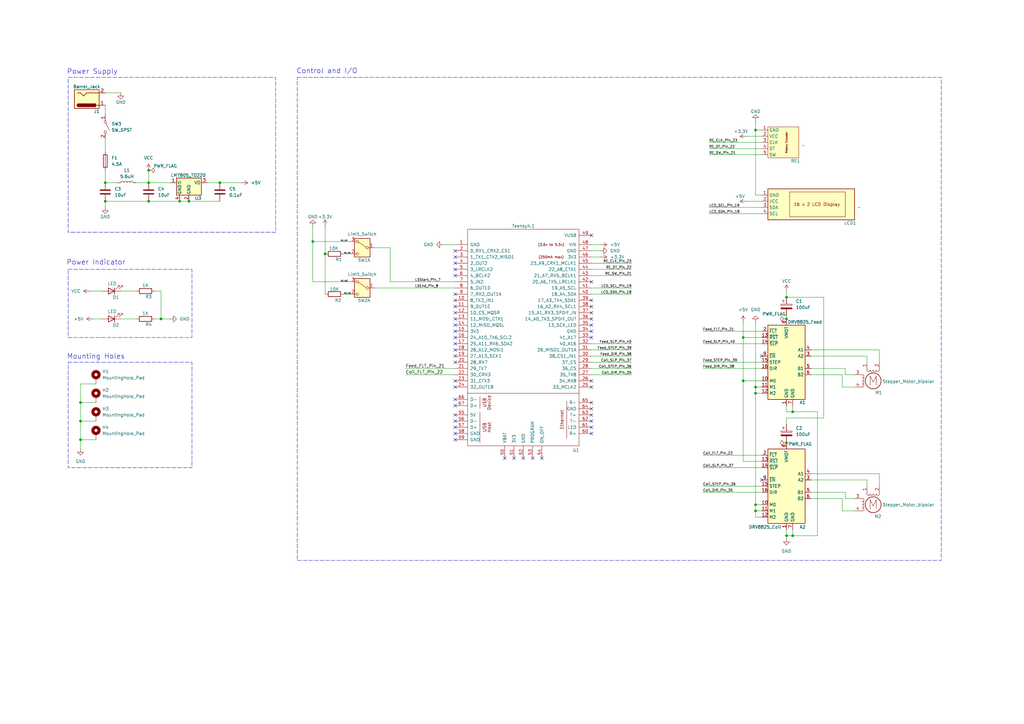
<source format=kicad_sch>
(kicad_sch (version 20250114) (generator "eeschema") (generator_version "9.0")
  (paper "A3")
  (title_block (title "Robocup Swinder") (date "2025-02-25") (rev "1") (company "Robojackets"))
  (lib_symbols
    (symbol "Connector:Barrel_Jack" (pin_names (offset 1.016))
      (property "Reference" "J" (at 0 5.334 0))
      (property "Value" "Barrel_Jack" (at 0 -5.08 0))
      (symbol "Barrel_Jack_0_1"
        (rectangle (start -5.08 3.81) (end 5.08 -3.81) (stroke (width 0.254)) (fill (type background)))
        (polyline (pts (xy -3.81 -2.54) (xy -2.54 -2.54) (xy -1.27 -1.27) (xy 0 -2.54) (xy 2.54 -2.54) (xy 5.08 -2.54)) (stroke (width 0.254)))
        (arc (start -3.302 1.905) (mid -3.9343 2.54) (end -3.302 3.175) (stroke (width 0.254)))
        (arc (start -3.302 1.905) (mid -3.9343 2.54) (end -3.302 3.175) (stroke (width 0.254)) (fill (type outline)))
        (rectangle (start 3.683 3.175) (end -3.302 1.905) (stroke (width 0.254)) (fill (type outline)))
        (polyline (pts (xy 5.08 2.54) (xy 3.81 2.54)) (stroke (width 0.254)))
      )
      (symbol "Barrel_Jack_1_1"
        (pin passive line (at 7.62 2.54 180) (length 2.54) (name "~") (number "1"))
        (pin passive line (at 7.62 -2.54 180) (length 2.54) (name "~") (number "2"))
      )
    )
    (symbol "Device:C" (pin_numbers (hide yes)) (pin_names (offset 0.254))
      (property "Reference" "C" (at 0.635 2.54 0))
      (property "Value" "C" (at 0.635 -2.54 0))
      (symbol "C_0_1"
        (polyline (pts (xy -2.032 0.762) (xy 2.032 0.762)) (stroke (width 0.508)))
        (polyline (pts (xy -2.032 -0.762) (xy 2.032 -0.762)) (stroke (width 0.508)))
      )
      (symbol "C_1_1"
        (pin passive line (at 0 3.81 270) (length 2.794) (name "~") (number "1"))
        (pin passive line (at 0 -3.81 90) (length 2.794) (name "~") (number "2"))
      )
    )
    (symbol "Device:C_Polarized" (pin_numbers (hide yes)) (pin_names (offset 0.254))
      (property "Reference" "C" (at 0.635 2.54 0))
      (property "Value" "C_Polarized" (at 0.635 -2.54 0))
      (symbol "C_Polarized_0_1"
        (rectangle (start -2.286 0.508) (end 2.286 1.016))
        (polyline (pts (xy -1.778 2.286) (xy -0.762 2.286)))
        (polyline (pts (xy -1.27 2.794) (xy -1.27 1.778)))
        (rectangle (start 2.286 -0.508) (end -2.286 -1.016) (fill (type outline)))
      )
      (symbol "C_Polarized_1_1"
        (pin passive line (at 0 3.81 270) (length 2.794) (name "~") (number "1"))
        (pin passive line (at 0 -3.81 90) (length 2.794) (name "~") (number "2"))
      )
    )
    (symbol "Device:Fuse" (pin_numbers (hide yes)) (pin_names (offset 0))
      (property "Reference" "F" (at 2.032 0 90))
      (property "Value" "Fuse" (at -1.905 0 90))
      (symbol "Fuse_0_1"
        (rectangle (start -0.762 -2.54) (end 0.762 2.54) (stroke (width 0.254)))
        (polyline (pts (xy 0 2.54) (xy 0 -2.54)))
      )
      (symbol "Fuse_1_1"
        (pin passive line (at 0 3.81 270) (length 1.27) (name "~") (number "1"))
        (pin passive line (at 0 -3.81 90) (length 1.27) (name "~") (number "2"))
      )
    )
    (symbol "Device:L" (pin_numbers (hide yes)) (pin_names (offset 1.016) (hide yes))
      (property "Reference" "L" (at -1.27 0 90))
      (property "Value" "L" (at 1.905 0 90))
      (symbol "L_0_1"
        (arc (start 0 2.54) (mid 0.6323 1.905) (end 0 1.27))
        (arc (start 0 1.27) (mid 0.6323 0.635) (end 0 0))
        (arc (start 0 0) (mid 0.6323 -0.635) (end 0 -1.27))
        (arc (start 0 -1.27) (mid 0.6323 -1.905) (end 0 -2.54))
      )
      (symbol "L_1_1"
        (pin passive line (at 0 3.81 270) (length 1.27) (name "1") (number "1"))
        (pin passive line (at 0 -3.81 90) (length 1.27) (name "2") (number "2"))
      )
    )
    (symbol "Device:LED" (pin_numbers (hide yes)) (pin_names (offset 1.016) (hide yes))
      (property "Reference" "D" (at 0 2.54 0))
      (property "Value" "LED" (at 0 -2.54 0))
      (symbol "LED_0_1"
        (polyline (pts (xy -3.048 -0.762) (xy -4.572 -2.286) (xy -3.81 -2.286) (xy -4.572 -2.286) (xy -4.572 -1.524)))
        (polyline (pts (xy -1.778 -0.762) (xy -3.302 -2.286) (xy -2.54 -2.286) (xy -3.302 -2.286) (xy -3.302 -1.524)))
        (polyline (pts (xy -1.27 0) (xy 1.27 0)))
        (polyline (pts (xy -1.27 -1.27) (xy -1.27 1.27)) (stroke (width 0.254)))
        (polyline (pts (xy 1.27 -1.27) (xy 1.27 1.27) (xy -1.27 0) (xy 1.27 -1.27)) (stroke (width 0.254)))
      )
      (symbol "LED_1_1"
        (pin passive line (at -3.81 0 0) (length 2.54) (name "K") (number "1"))
        (pin passive line (at 3.81 0 180) (length 2.54) (name "A") (number "2"))
      )
    )
    (symbol "Device:R" (pin_numbers (hide yes)) (pin_names (offset 0))
      (property "Reference" "R" (at 2.032 0 90))
      (property "Value" "R" (at 0 0 90))
      (symbol "R_0_1"
        (rectangle (start -1.016 -2.54) (end 1.016 2.54) (stroke (width 0.254)))
      )
      (symbol "R_1_1"
        (pin passive line (at 0 3.81 270) (length 1.27) (name "~") (number "1"))
        (pin passive line (at 0 -3.81 90) (length 1.27) (name "~") (number "2"))
      )
    )
    (symbol "Driver_Motor:Pololu_Breakout_DRV8825"
      (property "Reference" "A" (at -2.54 16.51 0))
      (property "Value" "Pololu_Breakout_DRV8825" (at -2.54 13.97 0))
      (symbol "Pololu_Breakout_DRV8825_0_1"
        (rectangle (start 7.62 -17.78) (end -7.62 12.7) (stroke (width 0.254)) (fill (type background)))
      )
      (symbol "Pololu_Breakout_DRV8825_1_1"
        (pin output line (at -10.16 10.16 0) (length 2.54) (name "~{FLT}") (number "2"))
        (pin input line (at -10.16 7.62 0) (length 2.54) (name "~{RST}") (number "13"))
        (pin input line (at -10.16 5.08 0) (length 2.54) (name "~{SLP}") (number "14"))
        (pin input line (at -10.16 0 0) (length 2.54) (name "~{EN}") (number "9"))
        (pin input line (at -10.16 -2.54 0) (length 2.54) (name "STEP") (number "15"))
        (pin input line (at -10.16 -5.08 0) (length 2.54) (name "DIR") (number "16"))
        (pin input line (at -10.16 -10.16 0) (length 2.54) (name "M0") (number "10"))
        (pin input line (at -10.16 -12.7 0) (length 2.54) (name "M1") (number "11"))
        (pin input line (at -10.16 -15.24 0) (length 2.54) (name "M2") (number "12"))
        (pin power_in line (at 0 15.24 270) (length 2.54) (name "VMOT") (number "8"))
        (pin power_in line (at 0 -20.32 90) (length 2.54) (name "GND") (number "1"))
        (pin power_in line (at 2.54 -20.32 90) (length 2.54) (name "GND") (number "7"))
        (pin output line (at 10.16 2.54 180) (length 2.54) (name "A1") (number "4"))
        (pin output line (at 10.16 0 180) (length 2.54) (name "A2") (number "3"))
        (pin output line (at 10.16 -5.08 180) (length 2.54) (name "B1") (number "5"))
        (pin output line (at 10.16 -7.62 180) (length 2.54) (name "B2") (number "6"))
      )
    )
    (symbol "Library:GND" (power) (pin_numbers (hide yes)) (pin_names (offset 0) (hide yes))
      (property "Value" "GND" (at 0 -3.81 0))
      (symbol "GND_0_1"
        (polyline (pts (xy 0 0) (xy 0 -1.27) (xy 1.27 -1.27) (xy 0 -2.54) (xy -1.27 -1.27) (xy 0 -1.27)))
      )
      (symbol "GND_1_1"
        (pin power_in line (at 0 0 270) (length 0) (name "~") (number "1"))
      )
    )
    (symbol "Library:Rotary_Encoder"
      (property "Reference" "RE" (at 0 0 0))
      (symbol "Rotary_Encoder_1_1"
        (rectangle (start -6.35 -1.27) (end 6.35 -13.97) (fill (type background)))
        (text "Rotary Encoder" (at 1.27 -7.62 900) (effects (font (size 0.762 0.762))))
        (pin power_in line (at -8.89 -2.54 0) (length 2.54) (name "GND") (number "1"))
        (pin power_in line (at -8.89 -5.08 0) (length 2.54) (name "VCC") (number "2"))
        (pin output line (at -8.89 -7.62 0) (length 2.54) (name "CLK") (number "3"))
        (pin output line (at -8.89 -10.16 0) (length 2.54) (name "DT") (number "4"))
        (pin output line (at -8.89 -12.7 0) (length 2.54) (name "SW") (number "5"))
      )
    )
    (symbol "Library:WC1602_Display_(4_Pins)"
      (property "Reference" "LCD1" (at 12.192 -8.89 0))
      (property "Value" "~" (at 17.78 -2.54 0))
      (symbol "WC1602_Display_(4_Pins)_0_1"
        (rectangle (start -10.16 3.81) (end 12.7 -6.35))
      )
      (symbol "WC1602_Display_(4_Pins)_1_1"
        (rectangle (start -19.05 5.08) (end 16.51 -7.62) (stroke (width 0.254)) (fill (type background)))
        (text "16 x 2 LCD Display" (at 1.016 -1.27 0) (effects (font (size 1.27 1.27))))
        (pin power_in line (at -21.59 2.54 0) (length 2.54) (name "GND") (number "1"))
        (pin power_in line (at -21.59 0 0) (length 2.54) (name "VCC") (number "2"))
        (pin bidirectional line (at -21.59 -2.54 0) (length 2.54) (name "SDA") (number "3"))
        (pin bidirectional line (at -21.59 -5.08 0) (length 2.54) (name "SCL") (number "4"))
      )
    )
    (symbol "Mechanical:MountingHole_Pad" (pin_numbers (hide yes)) (pin_names (offset 1.016) (hide yes)) (exclude_from_sim yes) (in_bom no)
      (property "Reference" "H" (at 0 6.35 0))
      (property "Value" "MountingHole_Pad" (at 0 4.445 0))
      (symbol "MountingHole_Pad_0_1"
        (circle (center 0 1.27) (radius 1.27) (stroke (width 1.27)))
      )
      (symbol "MountingHole_Pad_1_1"
        (pin input line (at 0 -2.54 90) (length 2.54) (name "1") (number "1"))
      )
    )
    (symbol "Motor:Stepper_Motor_bipolar" (pin_names (offset 0) (hide yes))
      (property "Reference" "M" (at 3.81 2.54 0))
      (property "Value" "Stepper_Motor_bipolar" (at 3.81 1.27 0))
      (symbol "Stepper_Motor_bipolar_0_0"
        (polyline (pts (xy -1.27 -1.778) (xy -1.27 2.032) (xy 0 -0.508) (xy 1.27 2.032) (xy 1.27 -1.778)))
      )
      (symbol "Stepper_Motor_bipolar_0_1"
        (polyline (pts (xy -5.08 2.54) (xy -4.445 2.54)))
        (polyline (pts (xy -5.08 -2.54) (xy -4.445 -2.54)))
        (arc (start -4.445 2.54) (mid -3.8127 1.905) (end -4.445 1.27))
        (arc (start -4.445 1.27) (mid -3.8127 0.635) (end -4.445 0))
        (arc (start -4.445 0) (mid -3.8127 -0.635) (end -4.445 -1.27))
        (arc (start -4.445 -1.27) (mid -3.8127 -1.905) (end -4.445 -2.54))
        (polyline (pts (xy -2.54 5.08) (xy -2.54 4.445)))
        (arc (start -1.27 4.445) (mid -1.905 3.8127) (end -2.54 4.445))
        (arc (start 0 4.445) (mid -0.635 3.8127) (end -1.27 4.445))
        (circle (center 0 0) (radius 3.2512) (stroke (width 0.254)))
        (arc (start 1.27 4.445) (mid 0.635 3.8127) (end 0 4.445))
        (arc (start 2.54 4.445) (mid 1.905 3.8127) (end 1.27 4.445))
        (polyline (pts (xy 2.54 5.08) (xy 2.54 4.445)))
      )
      (symbol "Stepper_Motor_bipolar_1_1"
        (pin passive line (at -7.62 2.54 0) (length 2.54) (name "~") (number "3"))
        (pin passive line (at -7.62 -2.54 0) (length 2.54) (name "~") (number "4"))
        (pin passive line (at -2.54 7.62 270) (length 2.54) (name "~") (number "1"))
        (pin passive line (at 2.54 7.62 270) (length 2.54) (name "-") (number "2"))
      )
    )
    (symbol "Regulator_Linear:LM7805_TO220" (pin_names (offset 0.254))
      (property "Reference" "U3" (at 3.81 -6.35 0))
      (property "Value" "LM7805_TO220" (at -0.254 3.048 0))
      (symbol "LM7805_TO220_0_1"
        (rectangle (start -5.08 1.905) (end 5.08 -5.08) (stroke (width 0.254)) (fill (type background)))
      )
      (symbol "LM7805_TO220_1_1"
        (pin power_in line (at -7.62 0 0) (length 2.54) (name "VI") (number "1"))
        (pin power_in line (at -3.81 -7.62 90) (length 2.54) (name "GND") (number "4"))
        (pin power_in line (at 0 -7.62 90) (length 2.54) (name "GND") (number "2"))
        (pin power_out line (at 7.62 0 180) (length 2.54) (name "VO") (number "3"))
      )
    )
    (symbol "SW_DPDT_x2_1" (pin_names (offset 0) (hide yes))
      (property "Reference" "SW1" (at -0.762 -5.08 0))
      (property "Value" "Limit_Switch" (at 0 5.588 0))
      (symbol "SW_DPDT_x2_1_0_0"
        (circle (center -2.032 0) (radius 0.508))
        (circle (center 2.032 -2.54) (radius 0.508))
      )
      (symbol "SW_DPDT_x2_1_0_1"
        (rectangle (start -3.175 3.81) (end 3.175 -3.81) (stroke (width 0.254)) (fill (type background)))
        (polyline (pts (xy -1.524 0.254) (xy 1.5748 2.286)))
        (circle (center 2.032 2.54) (radius 0.508))
      )
      (symbol "SW_DPDT_x2_1_1_1"
        (pin passive line (at -5.08 0 0) (length 2.54) (name "C") (number "1"))
        (pin passive line (at 5.08 2.54 180) (length 2.54) (name "NC") (number "3"))
        (pin passive line (at 5.08 -2.54 180) (length 2.54) (name "NO") (number "2"))
      )
      (symbol "SW_DPDT_x2_1_2_1"
        (pin passive line (at -5.08 0 0) (length 2.54) (name "B") (number "5"))
        (pin passive line (at 5.08 2.54 180) (length 2.54) (name "A") (number "4"))
        (pin passive line (at 5.08 -2.54 180) (length 2.54) (name "C") (number "6"))
      )
    )
    (symbol "Switch:SW_SPST" (pin_names (offset 0) (hide yes))
      (property "Reference" "SW" (at 0 3.175 0))
      (property "Value" "SW_SPST" (at 0 -2.54 0))
      (symbol "SW_SPST_0_0"
        (circle (center -2.032 0) (radius 0.508))
        (polyline (pts (xy -1.524 0.254) (xy 1.524 1.778)))
        (circle (center 2.032 0) (radius 0.508))
      )
      (symbol "SW_SPST_1_1"
        (pin passive line (at -5.08 0 0) (length 2.54) (name "A") (number "1"))
        (pin passive line (at 5.08 0 180) (length 2.54) (name "B") (number "2"))
      )
    )
    (symbol "power:+3.3V" (power) (pin_numbers (hide yes)) (pin_names (offset 0) (hide yes))
      (property "Value" "+3.3V" (at 0 3.556 0))
      (symbol "+3.3V_0_1"
        (polyline (pts (xy -0.762 1.27) (xy 0 2.54)))
        (polyline (pts (xy 0 2.54) (xy 0.762 1.27)))
        (polyline (pts (xy 0 0) (xy 0 2.54)))
      )
      (symbol "+3.3V_1_1"
        (pin power_in line (at 0 0 90) (length 0) (name "~") (number "1"))
      )
    )
    (symbol "power:+5V" (power) (pin_numbers (hide yes)) (pin_names (offset 0) (hide yes))
      (property "Value" "+5V" (at 0 3.556 0))
      (symbol "+5V_0_1"
        (polyline (pts (xy -0.762 1.27) (xy 0 2.54)))
        (polyline (pts (xy 0 2.54) (xy 0.762 1.27)))
        (polyline (pts (xy 0 0) (xy 0 2.54)))
      )
      (symbol "+5V_1_1"
        (pin power_in line (at 0 0 90) (length 0) (name "~") (number "1"))
      )
    )
    (symbol "power:GND" (power) (pin_numbers (hide yes)) (pin_names (offset 0) (hide yes))
      (property "Value" "GND" (at 0 -3.81 0))
      (symbol "GND_0_1"
        (polyline (pts (xy 0 0) (xy 0 -1.27) (xy 1.27 -1.27) (xy 0 -2.54) (xy -1.27 -1.27) (xy 0 -1.27)))
      )
      (symbol "GND_1_1"
        (pin power_in line (at 0 0 270) (length 0) (name "~") (number "1"))
      )
    )
    (symbol "power:PWR_FLAG" (power) (pin_numbers (hide yes)) (pin_names (offset 0) (hide yes))
      (property "Value" "PWR_FLAG" (at 0 3.81 0))
      (symbol "PWR_FLAG_0_0"
        (pin power_out line (at 0 0 90) (length 0) (name "~") (number "1"))
      )
      (symbol "PWR_FLAG_0_1"
        (polyline (pts (xy 0 0) (xy 0 1.27) (xy -1.016 1.905) (xy 0 2.54) (xy 1.016 1.905) (xy 0 1.27)))
      )
    )
    (symbol "power:VCC" (power) (pin_numbers (hide yes)) (pin_names (offset 0) (hide yes))
      (property "Value" "VCC" (at 0 3.556 0))
      (symbol "VCC_0_1"
        (polyline (pts (xy -0.762 1.27) (xy 0 2.54)))
        (polyline (pts (xy 0 2.54) (xy 0.762 1.27)))
        (polyline (pts (xy 0 0) (xy 0 2.54)))
      )
      (symbol "VCC_1_1"
        (pin power_in line (at 0 0 90) (length 0) (name "~") (number "1"))
      )
    )
    (symbol "teensy:Teensy4.1" (pin_names (offset 1.016))
      (property "Reference" "U" (at 0 64.77 0))
      (property "Value" "Teensy4.1" (at 0 62.23 0))
      (symbol "Teensy4.1_0_0"
        (polyline (pts (xy -22.86 -6.35) (xy 22.86 -6.35)))
        (polyline (pts (xy -17.78 -7.62) (xy -17.78 -12.7)))
        (polyline (pts (xy -17.78 -26.67) (xy -17.78 -13.97)))
        (polyline (pts (xy 17.78 -9.525) (xy 17.78 -24.765)))
        (text "USB" (at -15.875 -10.16 900) (effects (font (size 1.27 1.27))))
        (text "USB" (at -15.875 -20.32 900) (effects (font (size 1.27 1.27))))
        (text "Device" (at -13.97 -10.16 900) (effects (font (size 1.27 1.27))))
        (text "Host" (at -13.97 -20.32 900) (effects (font (size 1.27 1.27))))
        (text "(3.6v to 5.5v)" (at 11.43 54.61 0) (effects (font (size 1.016 1.016))))
        (text "(250mA max)" (at 11.43 49.53 0) (effects (font (size 1.016 1.016))))
        (text "Ethernet" (at 15.875 -17.145 900) (effects (font (size 1.27 1.27))))
        (pin bidirectional line (at -27.94 44.45 0) (length 5.08) (name "3_LRCLK2") (number "5"))
        (pin bidirectional line (at -27.94 41.91 0) (length 5.08) (name "4_BCLK2") (number "6"))
        (pin bidirectional line (at -27.94 39.37 0) (length 5.08) (name "5_IN2") (number "7"))
        (pin bidirectional line (at -27.94 36.83 0) (length 5.08) (name "6_OUT1D") (number "8"))
        (pin bidirectional line (at -27.94 34.29 0) (length 5.08) (name "7_RX2_OUT1A") (number "9"))
        (pin bidirectional line (at -27.94 31.75 0) (length 5.08) (name "8_TX2_IN1") (number "10"))
        (pin bidirectional line (at -27.94 29.21 0) (length 5.08) (name "9_OUT1C") (number "11"))
        (pin bidirectional line (at -27.94 26.67 0) (length 5.08) (name "10_CS_MQSR") (number "12"))
        (pin bidirectional line (at -27.94 24.13 0) (length 5.08) (name "11_MOSI_CTX1") (number "13"))
        (pin bidirectional line (at -27.94 21.59 0) (length 5.08) (name "12_MISO_MQSL") (number "14"))
        (pin power_in line (at -27.94 19.05 0) (length 5.08) (name "3V3") (number "15"))
        (pin bidirectional line (at -27.94 16.51 0) (length 5.08) (name "24_A10_TX6_SCL2") (number "16"))
        (pin bidirectional line (at -27.94 13.97 0) (length 5.08) (name "25_A11_RX6_SDA2") (number "17"))
        (pin bidirectional line (at -27.94 11.43 0) (length 5.08) (name "26_A12_MOSI1") (number "18"))
        (pin bidirectional line (at -27.94 8.89 0) (length 5.08) (name "27_A13_SCK1") (number "19"))
        (pin bidirectional line (at -27.94 6.35 0) (length 5.08) (name "28_RX7") (number "20"))
        (pin bidirectional line (at -27.94 3.81 0) (length 5.08) (name "29_TX7") (number "21"))
        (pin bidirectional line (at -27.94 1.27 0) (length 5.08) (name "30_CRX3") (number "22"))
        (pin bidirectional line (at -27.94 -1.27 0) (length 5.08) (name "31_CTX3") (number "23"))
        (pin bidirectional line (at -27.94 -3.81 0) (length 5.08) (name "32_OUT1B") (number "24"))
        (pin bidirectional line (at -27.94 -8.89 0) (length 5.08) (name "D-") (number "66"))
        (pin bidirectional line (at -27.94 -11.43 0) (length 5.08) (name "D+") (number "67"))
        (pin power_out line (at -27.94 -15.24 0) (length 5.08) (name "5V") (number "55"))
        (pin bidirectional line (at -27.94 -17.78 0) (length 5.08) (name "D-") (number "56"))
        (pin bidirectional line (at -27.94 -20.32 0) (length 5.08) (name "D+") (number "57"))
        (pin power_in line (at -27.94 -22.86 0) (length 5.08) (name "GND") (number "58"))
        (pin power_in line (at -27.94 -25.4 0) (length 5.08) (name "GND") (number "59"))
        (pin power_in line (at -7.62 -33.02 90) (length 5.08) (name "VBAT") (number "50"))
        (pin power_in line (at -3.81 -33.02 90) (length 5.08) (name "3V3") (number "51"))
        (pin input line (at 0 -33.02 90) (length 5.08) (name "GND") (number "52"))
        (pin input line (at 3.81 -33.02 90) (length 5.08) (name "PROGRAM") (number "53"))
        (pin input line (at 7.62 -33.02 90) (length 5.08) (name "ON_OFF") (number "54"))
        (pin power_out line (at 27.94 58.42 180) (length 5.08) (name "VUSB") (number "49"))
        (pin power_in line (at 27.94 54.61 180) (length 5.08) (name "VIN") (number "48"))
        (pin output line (at 27.94 52.07 180) (length 5.08) (name "GND") (number "47"))
        (pin output line (at 27.94 49.53 180) (length 5.08) (name "3V3") (number "46"))
        (pin bidirectional line (at 27.94 46.99 180) (length 5.08) (name "23_A9_CRX1_MCLK1") (number "45"))
        (pin bidirectional line (at 27.94 44.45 180) (length 5.08) (name "22_A8_CTX1") (number "44"))
        (pin bidirectional line (at 27.94 41.91 180) (length 5.08) (name "21_A7_RX5_BCLK1") (number "43"))
        (pin bidirectional line (at 27.94 39.37 180) (length 5.08) (name "20_A6_TX5_LRCLK1") (number "42"))
        (pin bidirectional line (at 27.94 36.83 180) (length 5.08) (name "19_A5_SCL") (number "41"))
        (pin bidirectional line (at 27.94 34.29 180) (length 5.08) (name "18_A4_SDA") (number "40"))
        (pin bidirectional line (at 27.94 31.75 180) (length 5.08) (name "17_A3_TX4_SDA1") (number "39"))
        (pin bidirectional line (at 27.94 29.21 180) (length 5.08) (name "16_A2_RX4_SCL1") (number "38"))
        (pin bidirectional line (at 27.94 26.67 180) (length 5.08) (name "15_A1_RX3_SPDIF_IN") (number "37"))
        (pin bidirectional line (at 27.94 24.13 180) (length 5.08) (name "14_A0_TX3_SPDIF_OUT") (number "36"))
        (pin bidirectional line (at 27.94 21.59 180) (length 5.08) (name "13_SCK_LED") (number "35"))
        (pin bidirectional line (at 27.94 16.51 180) (length 5.08) (name "41_A17") (number "33"))
        (pin bidirectional line (at 27.94 13.97 180) (length 5.08) (name "40_A16") (number "32"))
        (pin bidirectional line (at 27.94 11.43 180) (length 5.08) (name "39_MISO1_OUT1A") (number "31"))
        (pin bidirectional line (at 27.94 8.89 180) (length 5.08) (name "38_CS1_IN1") (number "30"))
        (pin bidirectional line (at 27.94 6.35 180) (length 5.08) (name "37_CS") (number "29"))
        (pin bidirectional line (at 27.94 3.81 180) (length 5.08) (name "36_CS") (number "28"))
        (pin bidirectional line (at 27.94 1.27 180) (length 5.08) (name "35_TX8") (number "27"))
        (pin bidirectional line (at 27.94 -1.27 180) (length 5.08) (name "34_RX8") (number "26"))
        (pin bidirectional line (at 27.94 -3.81 180) (length 5.08) (name "33_MCLK2") (number "25"))
        (pin bidirectional line (at 27.94 -10.16 180) (length 5.08) (name "R-") (number "65"))
        (pin power_in line (at 27.94 -12.7 180) (length 5.08) (name "GND") (number "64"))
        (pin bidirectional line (at 27.94 -15.24 180) (length 5.08) (name "T+") (number "63"))
        (pin bidirectional line (at 27.94 -17.78 180) (length 5.08) (name "T-") (number "62"))
        (pin bidirectional line (at 27.94 -20.32 180) (length 5.08) (name "LED") (number "61"))
        (pin bidirectional line (at 27.94 -22.86 180) (length 5.08) (name "R+") (number "60"))
      )
      (symbol "Teensy4.1_0_1"
        (rectangle (start -22.86 60.96) (end 22.86 -27.94))
        (rectangle (start -20.32 -1.27) (end -20.32 -1.27))
      )
      (symbol "Teensy4.1_1_1"
        (pin power_in line (at -27.94 54.61 0) (length 5.08) (name "GND") (number "1"))
        (pin bidirectional line (at -27.94 52.07 0) (length 5.08) (name "0_RX1_CRX2_CS1") (number "2"))
        (pin bidirectional line (at -27.94 49.53 0) (length 5.08) (name "1_TX1_CTX2_MISO1") (number "3"))
        (pin bidirectional line (at -27.94 46.99 0) (length 5.08) (name "2_OUT2") (number "4"))
        (pin power_in line (at 27.94 19.05 180) (length 5.08) (name "GND") (number "34"))
      )
    )
  )
  (rectangle (start 27.94 148.59) (end 78.74 191.77) (stroke (width 0) (type dash)))
  (rectangle (start 121.92 31.75) (end 386.08 229.87) (stroke (width 0) (type dash)))
  (rectangle (start 27.94 110.49) (end 78.74 138.43) (stroke (width 0) (type dash)))
  (rectangle (start 27.94 31.75) (end 113.03 95.25) (stroke (width 0) (type dash)))
  (text "Power Supply" (at 37.846 29.464 0) (effects (font (size 2.032 2.032))))
  (text "Mounting Holes" (at 39.37 146.304 0) (effects (font (size 2.032 2.032))))
  (text "Power Indicator" (at 39.37 107.696 0) (effects (font (size 2.032 2.032))))
  (text "Control and I/O" (at 134.112 29.21 0) (effects (font (size 2.032 2.032))))
  (junction (at 309.88 53.34))
  (junction (at 60.96 82.55))
  (junction (at 60.96 74.93))
  (junction (at 322.58 181.61))
  (junction (at 33.02 180.34))
  (junction (at 309.88 158.75))
  (junction (at 322.58 130.81))
  (junction (at 33.02 165.1))
  (junction (at 322.58 121.92))
  (junction (at 325.12 168.91))
  (junction (at 309.88 161.29))
  (junction (at 133.35 104.14))
  (junction (at 77.47 82.55))
  (junction (at 33.02 172.72))
  (junction (at 304.8 138.43))
  (junction (at 66.04 130.81))
  (junction (at 322.58 219.71))
  (junction (at 325.12 219.71))
  (junction (at 309.88 209.55))
  (junction (at 304.8 156.21))
  (junction (at 43.18 74.93))
  (junction (at 90.17 74.93))
  (junction (at 43.18 82.55))
  (junction (at 73.66 82.55))
  (junction (at 60.96 69.85))
  (junction (at 309.88 207.01))
  (junction (at 128.27 99.06))
  (no_connect (at 242.57 133.35))
  (no_connect (at 242.57 170.18))
  (no_connect (at 242.57 158.75))
  (no_connect (at 242.57 123.19))
  (no_connect (at 186.69 133.35))
  (no_connect (at 186.69 110.49))
  (no_connect (at 186.69 166.37))
  (no_connect (at 242.57 138.43))
  (no_connect (at 242.57 135.89))
  (no_connect (at 186.69 158.75))
  (no_connect (at 186.69 146.05))
  (no_connect (at 222.25 187.96))
  (no_connect (at 242.57 175.26))
  (no_connect (at 312.42 146.05))
  (no_connect (at 186.69 123.19))
  (no_connect (at 186.69 107.95))
  (no_connect (at 186.69 163.83))
  (no_connect (at 242.57 128.27))
  (no_connect (at 186.69 102.87))
  (no_connect (at 186.69 148.59))
  (no_connect (at 242.57 167.64))
  (no_connect (at 186.69 125.73))
  (no_connect (at 210.82 187.96))
  (no_connect (at 242.57 96.52))
  (no_connect (at 207.01 187.96))
  (no_connect (at 312.42 196.85))
  (no_connect (at 186.69 113.03))
  (no_connect (at 186.69 130.81))
  (no_connect (at 186.69 180.34))
  (no_connect (at 214.63 187.96))
  (no_connect (at 242.57 172.72))
  (no_connect (at 242.57 177.8))
  (no_connect (at 186.69 156.21))
  (no_connect (at 186.69 172.72))
  (no_connect (at 242.57 115.57))
  (no_connect (at 218.44 187.96))
  (no_connect (at 186.69 170.18))
  (no_connect (at 186.69 105.41))
  (no_connect (at 186.69 140.97))
  (no_connect (at 186.69 128.27))
  (no_connect (at 242.57 125.73))
  (no_connect (at 186.69 135.89))
  (no_connect (at 242.57 165.1))
  (no_connect (at 186.69 138.43))
  (no_connect (at 186.69 175.26))
  (no_connect (at 186.69 143.51))
  (no_connect (at 186.69 177.8))
  (no_connect (at 186.69 120.65))
  (no_connect (at 242.57 156.21))
  (no_connect (at 242.57 130.81))
  (wire (pts (xy 312.42 189.23) (xy 304.8 189.23)))
  (wire (pts (xy 304.8 189.23) (xy 304.8 156.21)))
  (wire (pts (xy 322.58 121.92) (xy 337.82 121.92)))
  (wire (pts (xy 33.02 172.72) (xy 33.02 180.34)))
  (wire (pts (xy 309.88 207.01) (xy 309.88 161.29)))
  (wire (pts (xy 166.37 151.13) (xy 186.69 151.13)))
  (wire (pts (xy 346.71 201.93) (xy 346.71 204.47)))
  (wire (pts (xy 345.44 158.75) (xy 350.52 158.75)))
  (wire (pts (xy 49.53 119.38) (xy 55.88 119.38)))
  (wire (pts (xy 332.74 201.93) (xy 346.71 201.93)))
  (wire (pts (xy 322.58 119.38) (xy 322.58 121.92)))
  (wire (pts (xy 49.53 130.81) (xy 55.88 130.81)))
  (wire (pts (xy 77.47 82.55) (xy 90.17 82.55)))
  (wire (pts (xy 166.37 153.67) (xy 186.69 153.67)))
  (wire (pts (xy 325.12 166.37) (xy 325.12 168.91)))
  (wire (pts (xy 332.74 151.13) (xy 346.71 151.13)))
  (wire (pts (xy 290.83 85.09) (xy 312.42 85.09)))
  (wire (pts (xy 33.02 180.34) (xy 33.02 184.15)))
  (wire (pts (xy 66.04 130.81) (xy 69.85 130.81)))
  (wire (pts (xy 312.42 212.09) (xy 309.88 212.09)))
  (wire (pts (xy 66.04 119.38) (xy 66.04 130.81)))
  (wire (pts (xy 160.02 101.6) (xy 160.02 115.57)))
  (wire (pts (xy 43.18 82.55) (xy 60.96 82.55)))
  (wire (pts (xy 309.88 209.55) (xy 309.88 207.01)))
  (wire (pts (xy 346.71 153.67) (xy 350.52 153.67)))
  (wire (pts (xy 322.58 219.71) (xy 322.58 220.98)))
  (wire (pts (xy 312.42 209.55) (xy 309.88 209.55)))
  (wire (pts (xy 43.18 43.18) (xy 43.18 46.99)))
  (wire (pts (xy 43.18 57.15) (xy 43.18 62.23)))
  (wire (pts (xy 288.29 186.69) (xy 312.42 186.69)))
  (wire (pts (xy 242.57 153.67) (xy 259.08 153.67)))
  (wire (pts (xy 290.83 60.96) (xy 312.42 60.96)))
  (wire (pts (xy 312.42 158.75) (xy 309.88 158.75)))
  (wire (pts (xy 355.6 196.85) (xy 355.6 199.39)))
  (wire (pts (xy 360.68 143.51) (xy 360.68 148.59)))
  (wire (pts (xy 288.29 148.59) (xy 312.42 148.59)))
  (wire (pts (xy 309.88 53.34) (xy 312.42 53.34)))
  (wire (pts (xy 345.44 209.55) (xy 350.52 209.55)))
  (wire (pts (xy 345.44 204.47) (xy 345.44 209.55)))
  (wire (pts (xy 332.74 204.47) (xy 345.44 204.47)))
  (wire (pts (xy 304.8 138.43) (xy 304.8 132.08)))
  (wire (pts (xy 288.29 191.77) (xy 312.42 191.77)))
  (wire (pts (xy 242.57 100.33) (xy 246.38 100.33)))
  (wire (pts (xy 322.58 171.45) (xy 322.58 173.99)))
  (wire (pts (xy 309.88 132.08) (xy 309.88 158.75)))
  (wire (pts (xy 288.29 135.89) (xy 312.42 135.89)))
  (wire (pts (xy 288.29 201.93) (xy 312.42 201.93)))
  (wire (pts (xy 242.57 107.95) (xy 259.08 107.95)))
  (wire (pts (xy 43.18 38.1) (xy 49.53 38.1)))
  (wire (pts (xy 325.12 217.17) (xy 325.12 219.71)))
  (wire (pts (xy 90.17 74.93) (xy 99.06 74.93)))
  (wire (pts (xy 140.97 120.65) (xy 143.51 120.65)))
  (wire (pts (xy 325.12 219.71) (xy 322.58 219.71)))
  (wire (pts (xy 242.57 120.65) (xy 259.08 120.65)))
  (wire (pts (xy 335.28 219.71) (xy 335.28 168.91)))
  (wire (pts (xy 309.88 212.09) (xy 309.88 209.55)))
  (wire (pts (xy 306.07 82.55) (xy 312.42 82.55)))
  (wire (pts (xy 33.02 180.34) (xy 39.37 180.34)))
  (wire (pts (xy 337.82 171.45) (xy 322.58 171.45)))
  (wire (pts (xy 322.58 129.54) (xy 322.58 130.81)))
  (wire (pts (xy 63.5 130.81) (xy 66.04 130.81)))
  (wire (pts (xy 325.12 168.91) (xy 322.58 168.91)))
  (wire (pts (xy 128.27 99.06) (xy 143.51 99.06)))
  (wire (pts (xy 309.88 49.53) (xy 309.88 53.34)))
  (wire (pts (xy 38.1 130.81) (xy 41.91 130.81)))
  (wire (pts (xy 85.09 74.93) (xy 90.17 74.93)))
  (wire (pts (xy 153.67 101.6) (xy 160.02 101.6)))
  (wire (pts (xy 304.8 156.21) (xy 312.42 156.21)))
  (wire (pts (xy 288.29 140.97) (xy 312.42 140.97)))
  (wire (pts (xy 133.35 104.14) (xy 133.35 120.65)))
  (wire (pts (xy 345.44 153.67) (xy 345.44 158.75)))
  (wire (pts (xy 60.96 82.55) (xy 73.66 82.55)))
  (wire (pts (xy 140.97 104.14) (xy 143.51 104.14)))
  (wire (pts (xy 242.57 143.51) (xy 259.08 143.51)))
  (wire (pts (xy 312.42 138.43) (xy 304.8 138.43)))
  (wire (pts (xy 337.82 121.92) (xy 337.82 171.45)))
  (wire (pts (xy 346.71 204.47) (xy 350.52 204.47)))
  (wire (pts (xy 39.37 157.48) (xy 33.02 157.48)))
  (wire (pts (xy 288.29 199.39) (xy 312.42 199.39)))
  (wire (pts (xy 242.57 151.13) (xy 259.08 151.13)))
  (wire (pts (xy 128.27 115.57) (xy 128.27 99.06)))
  (wire (pts (xy 322.58 217.17) (xy 322.58 219.71)))
  (wire (pts (xy 33.02 165.1) (xy 33.02 172.72)))
  (wire (pts (xy 332.74 153.67) (xy 345.44 153.67)))
  (wire (pts (xy 143.51 115.57) (xy 128.27 115.57)))
  (wire (pts (xy 43.18 82.55) (xy 43.18 85.09)))
  (wire (pts (xy 312.42 161.29) (xy 309.88 161.29)))
  (wire (pts (xy 242.57 146.05) (xy 259.08 146.05)))
  (wire (pts (xy 309.88 80.01) (xy 312.42 80.01)))
  (wire (pts (xy 33.02 172.72) (xy 39.37 172.72)))
  (wire (pts (xy 322.58 168.91) (xy 322.58 166.37)))
  (wire (pts (xy 309.88 158.75) (xy 309.88 161.29)))
  (wire (pts (xy 355.6 146.05) (xy 355.6 148.59)))
  (wire (pts (xy 242.57 140.97) (xy 259.08 140.97)))
  (wire (pts (xy 36.83 119.38) (xy 41.91 119.38)))
  (wire (pts (xy 160.02 115.57) (xy 186.69 115.57)))
  (wire (pts (xy 242.57 105.41) (xy 246.38 105.41)))
  (wire (pts (xy 242.57 102.87) (xy 246.38 102.87)))
  (wire (pts (xy 306.07 55.88) (xy 312.42 55.88)))
  (wire (pts (xy 360.68 194.31) (xy 360.68 199.39)))
  (wire (pts (xy 288.29 151.13) (xy 312.42 151.13)))
  (wire (pts (xy 304.8 156.21) (xy 304.8 138.43)))
  (wire (pts (xy 325.12 219.71) (xy 335.28 219.71)))
  (wire (pts (xy 60.96 69.85) (xy 60.96 74.93)))
  (wire (pts (xy 128.27 99.06) (xy 128.27 92.71)))
  (wire (pts (xy 43.18 74.93) (xy 48.26 74.93)))
  (wire (pts (xy 312.42 207.01) (xy 309.88 207.01)))
  (wire (pts (xy 290.83 87.63) (xy 312.42 87.63)))
  (wire (pts (xy 309.88 53.34) (xy 309.88 80.01)))
  (wire (pts (xy 242.57 110.49) (xy 259.08 110.49)))
  (wire (pts (xy 312.42 63.5) (xy 290.83 63.5)))
  (wire (pts (xy 43.18 69.85) (xy 43.18 74.93)))
  (wire (pts (xy 55.88 74.93) (xy 60.96 74.93)))
  (wire (pts (xy 181.61 100.33) (xy 186.69 100.33)))
  (wire (pts (xy 242.57 148.59) (xy 259.08 148.59)))
  (wire (pts (xy 60.96 74.93) (xy 69.85 74.93)))
  (wire (pts (xy 63.5 119.38) (xy 66.04 119.38)))
  (wire (pts (xy 332.74 196.85) (xy 355.6 196.85)))
  (wire (pts (xy 33.02 165.1) (xy 39.37 165.1)))
  (wire (pts (xy 33.02 157.48) (xy 33.02 165.1)))
  (wire (pts (xy 242.57 118.11) (xy 259.08 118.11)))
  (wire (pts (xy 242.57 113.03) (xy 259.08 113.03)))
  (wire (pts (xy 335.28 168.91) (xy 325.12 168.91)))
  (wire (pts (xy 332.74 143.51) (xy 360.68 143.51)))
  (wire (pts (xy 346.71 151.13) (xy 346.71 153.67)))
  (wire (pts (xy 332.74 146.05) (xy 355.6 146.05)))
  (wire (pts (xy 133.35 92.71) (xy 133.35 104.14)))
  (wire (pts (xy 153.67 118.11) (xy 186.69 118.11)))
  (wire (pts (xy 73.66 82.55) (xy 77.47 82.55)))
  (wire (pts (xy 332.74 194.31) (xy 360.68 194.31)))
  (wire (pts (xy 290.83 58.42) (xy 312.42 58.42)))
  (label "Coil_SLP_Pin_37" (at 259.08 148.59 180) (effects (font (size 1.016 1.016))))
  (label "NC_LS2" (at 139.7 115.57 0) (effects (font (size 0.508 0.508))))
  (label "RE_DT_Pin_22" (at 290.83 60.96 0) (effects (font (size 1.016 1.016))))
  (label "NC_LS1" (at 139.7 99.06 0) (effects (font (size 0.508 0.508))))
  (label "LCD_SDA_Pin_18" (at 259.08 120.65 180) (effects (font (size 1.016 1.016))))
  (label "Feed_DIR_Pin_38" (at 288.29 151.13 0) (effects (font (size 1.016 1.016))))
  (label "LSStart_Pin_7" (at 170.18 115.57 0) (effects (font (size 1.016 1.016))))
  (label "Coil_STEP_Pin_36" (at 288.29 199.39 0) (effects (font (size 1.016 1.016))))
  (label "Feed_FLT_Pin_21" (at 288.29 135.89 0) (effects (font (size 1.016 1.016))))
  (label "Feed_SLP_Pin_40" (at 288.29 140.97 0) (effects (font (size 1.016 1.016))))
  (label "Feed_STEP_Pin_39" (at 259.08 143.51 180) (effects (font (size 1.016 1.016))))
  (label "Coil_DIR_Pin_35" (at 259.08 153.67 180) (effects (font (size 1.016 1.016))))
  (label "LCD_SCL_Pin_19" (at 290.83 85.09 0) (effects (font (size 1.016 1.016))))
  (label "Feed_STEP_Pin_39" (at 288.29 148.59 0) (effects (font (size 1.016 1.016))))
  (label "Coil_SLP_Pin_37" (at 288.29 191.77 0) (effects (font (size 1.016 1.016))))
  (label "Coil_FLT_Pin_22" (at 288.29 186.69 0) (effects (font (size 1.016 1.016))))
  (label "LSEnd_Pin_8" (at 170.18 118.11 0) (effects (font (size 1.016 1.016))))
  (label "LCD_SDA_Pin_18" (at 290.83 87.63 0) (effects (font (size 1.016 1.016))))
  (label "RE_CLK_Pin_23" (at 259.08 107.95 180) (effects (font (size 1.016 1.016))))
  (label "RE_SW_Pin_21" (at 259.08 113.03 180) (effects (font (size 1.016 1.016))))
  (label "NO_LS1" (at 140.97 104.14 0) (effects (font (size 0.508 0.508))))
  (label "Feed_DIR_Pin_38" (at 259.08 146.05 180) (effects (font (size 1.016 1.016))))
  (label "Coil_DIR_Pin_35" (at 288.29 201.93 0) (effects (font (size 1.016 1.016))))
  (label "Coil_STEP_Pin_36" (at 259.08 151.13 180) (effects (font (size 1.016 1.016))))
  (label "RE_SW_Pin_21" (at 290.83 63.5 0) (effects (font (size 1.016 1.016))))
  (label "NO_LS2" (at 140.97 120.65 0) (effects (font (size 0.508 0.508))))
  (label "Feed_FLT_Pin_21" (at 166.37 151.13 0))
  (label "RE_DT_Pin_22" (at 259.08 110.49 180) (effects (font (size 1.016 1.016))))
  (label "RE_CLK_Pin_23" (at 290.83 58.42 0) (effects (font (size 1.016 1.016))))
  (label "Feed_SLP_Pin_40" (at 259.08 140.97 180) (effects (font (size 1.016 1.016))))
  (label "Coil_FLT_Pin_22" (at 166.37 153.67 0))
  (label "LCD_SCL_Pin_19" (at 259.08 118.11 180) (effects (font (size 1.016 1.016))))
  (symbol (lib_id "power:GND") (at 49.53 38.1 0) (unit 1)
    (property "Reference" "#PWR022" (effects (hide yes)))
    (property "Value" "GND" (at 49.53 41.91 0))
    (property "Description" "Power symbol creates a global label with name \"GND\" , ground" (effects (hide yes)))
  )
  (symbol (lib_id "Library:GND") (at 69.85 130.81 90) (unit 1)
    (property "Reference" "#PWR018" (effects (hide yes)))
    (property "Value" "GND" (at 73.66 130.8099 90) (effects (justify right)))
    (property "Description" "Power symbol creates a global label with name \"GND\" , ground" (effects (hide yes)))
  )
  (symbol (lib_id "Library:GND") (at 181.61 100.33 270) (unit 1)
    (property "Reference" "#PWR08" (effects (hide yes)))
    (property "Value" "GND" (at 177.8 100.3299 90) (effects (justify right)))
    (property "Description" "Power symbol creates a global label with name \"GND\" , ground" (effects (hide yes)))
  )
  (symbol (lib_id "power:VCC") (at 60.96 69.85 0) (unit 1)
    (property "Reference" "#PWR04" (effects (hide yes)))
    (property "Value" "VCC" (at 60.96 64.77 0))
    (property "Description" "Power symbol creates a global label with name \"VCC\"" (effects (hide yes)))
  )
  (symbol (lib_id "Device:R") (at 59.69 119.38 90) (unit 1)
    (property "Reference" "R3" (at 60.96 121.666 90))
    (property "Value" "1K" (at 59.69 117.094 90))
    (property "Footprint" "Resistor_SMD:R_0603_1608Metric_Pad0.98x0.95mm_HandSolder" (effects (hide yes)))
    (property "Description" "Resistor" (effects (hide yes)))
  )
  (symbol (lib_id "Library:GND") (at 33.02 184.15 0) (unit 1)
    (property "Reference" "#PWR021" (effects (hide yes)))
    (property "Value" "GND" (at 33.02 189.23 0))
    (property "Description" "Power symbol creates a global label with name \"GND\" , ground" (effects (hide yes)))
  )
  (symbol (lib_id "Library:GND") (at 246.38 102.87 90) (unit 1)
    (property "Reference" "#PWR06" (effects (hide yes)))
    (property "Value" "GND" (at 250.19 102.8699 90) (effects (justify right)))
    (property "Description" "Power symbol creates a global label with name \"GND\" , ground" (effects (hide yes)))
  )
  (symbol (lib_id "Library:GND") (at 128.27 92.71 180) (unit 1)
    (property "Reference" "#PWR015" (effects (hide yes)))
    (property "Value" "GND" (at 128.27 88.9 0))
    (property "Description" "Power symbol creates a global label with name \"GND\" , ground" (effects (hide yes)))
  )
  (symbol (lib_id "Mechanical:MountingHole_Pad") (at 39.37 170.18 0) (unit 1) (exclude_from_sim yes) (in_bom no)
    (property "Reference" "H3" (at 41.91 167.6399 0) (effects (justify left)))
    (property "Value" "MountingHole_Pad" (at 41.91 170.1799 0) (effects (justify left)))
    (property "Footprint" "MountingHole:MountingHole_2.2mm_M2_DIN965_Pad" (effects (hide yes)))
    (property "Description" "Mounting Hole with connection" (effects (hide yes)))
  )
  (symbol (lib_id "Device:R") (at 59.69 130.81 90) (unit 1)
    (property "Reference" "R4" (at 60.96 133.096 90))
    (property "Value" "1K" (at 59.69 128.524 90))
    (property "Footprint" "Resistor_SMD:R_0603_1608Metric_Pad0.98x0.95mm_HandSolder" (effects (hide yes)))
    (property "Description" "Resistor" (effects (hide yes)))
  )
  (symbol (lib_id "Device:C_Polarized") (at 322.58 177.8 0) (unit 1)
    (property "Reference" "C2" (at 326.39 175.6409 0) (effects (justify left)))
    (property "Value" "100uF" (at 326.39 178.1809 0) (effects (justify left)))
    (property "Footprint" "Capacitor_THT:CP_Radial_D8.0mm_P3.50mm" (effects (hide yes)))
    (property "Description" "Polarized capacitor" (effects (hide yes)))
  )
  (symbol (lib_id "teensy:Teensy4.1") (at 214.63 154.94 0) (unit 1)
    (property "Reference" "U1" (at 236.22 184.658 0))
    (property "Value" "Teensy4.1" (at 214.63 92.71 0))
    (property "Footprint" "SwinderFootprintLibrary:Teensy41-Pins-Only_Silkscreen" (effects (hide yes)))
  )
  (symbol (lib_id "Device:R") (at 137.16 104.14 90) (unit 1)
    (property "Reference" "R1" (at 138.938 106.426 90))
    (property "Value" "10K" (at 136.906 101.854 90))
    (property "Footprint" "Resistor_SMD:R_1206_3216Metric_Pad1.30x1.75mm_HandSolder" (effects (hide yes)))
    (property "Description" "Resistor" (effects (hide yes)))
  )
  (symbol (lib_id "power:+5V") (at 246.38 100.33 270) (unit 1)
    (property "Reference" "#PWR05" (effects (hide yes)))
    (property "Value" "+5V" (at 250.19 100.3299 90) (effects (justify left)))
    (property "Description" "Power symbol creates a global label with name \"+5V\"" (effects (hide yes)))
  )
  (symbol (lib_id "Device:LED") (at 45.72 130.81 180) (unit 1)
    (property "Reference" "D2" (at 47.498 133.35 0))
    (property "Value" "LED" (at 45.974 127.762 0))
    (property "Footprint" "LED_SMD:LED_0603_1608Metric_Pad1.05x0.95mm_HandSolder" (effects (hide yes)))
    (property "Description" "Light emitting diode" (effects (hide yes)))
  )
  (symbol (lib_id "Library:Rotary_Encoder") (at 321.31 50.8 0) (unit 1)
    (property "Reference" "RE1" (at 324.358 66.04 0) (effects (justify left)))
    (property "Value" "~" (at 328.93 59.69 0) (effects (justify left)))
    (property "Footprint" "Connector_JST:JST_XH_B5B-XH-A_1x05_P2.50mm_Vertical" (effects (hide yes)))
  )
  (symbol (lib_id "Motor:Stepper_Motor_bipolar") (at 358.14 207.01 0) (unit 1)
    (property "Reference" "M2" (at 358.648 211.836 0) (effects (justify left)))
    (property "Value" "Stepper_Motor_bipolar" (at 361.95 207.01 0) (effects (justify left)))
    (property "Footprint" "Connector_JST:JST_XH_B4B-XH-A_1x04_P2.50mm_Vertical" (effects (hide yes)))
    (property "Datasheet" "http://www.infineon.com/dgdl/Application-Note-TLE8110EE_driving_UniPolarStepperMotor_V1.1.pdf?fileId=db3a30431be39b97011be5d0aa0a00b0" (effects (hide yes)))
    (property "Description" "4-wire bipolar stepper motor" (effects (hide yes)))
  )
  (symbol (lib_id "power:+3.3V") (at 246.38 105.41 270) (unit 1)
    (property "Reference" "#PWR07" (effects (hide yes)))
    (property "Value" "+3.3V" (at 250.19 105.4099 90) (effects (justify left)))
    (property "Description" "Power symbol creates a global label with name \"+3.3V\"" (effects (hide yes)))
  )
  (symbol (lib_id "Library:GND") (at 309.88 49.53 180) (unit 1)
    (property "Reference" "#PWR09" (effects (hide yes)))
    (property "Value" "GND" (at 309.88 45.72 0))
    (property "Description" "Power symbol creates a global label with name \"GND\" , ground" (effects (hide yes)))
  )
  (symbol (lib_id "Regulator_Linear:LM7805_TO220") (at 77.47 74.93 0) (unit 1)
    (property "Reference" "U3" (at 81.28 81.28 0))
    (property "Value" "LM7805_TO220" (at 77.216 71.882 0))
    (property "Footprint" "Package_TO_SOT_SMD:SOT-223" (effects (hide yes)))
    (property "Datasheet" "https://www.onsemi.cn/PowerSolutions/document/MC7800-D.PDF" (effects (hide yes)))
    (property "Description" "Positive 1A 35V Linear Regulator, Fixed Output 5V, TO-220" (effects (hide yes)))
  )
  (symbol (lib_id "Library:WC1602_Display_(4_Pins)") (at 334.01 82.55 0) (unit 1)
    (property "Reference" "LCD1" (at 346.202 91.44 0) (effects (justify left)))
    (property "Value" "~" (at 351.79 85.09 0) (effects (justify left)))
    (property "Footprint" "Connector_JST:JST_XH_B4B-XH-A_1x04_P2.50mm_Vertical" (effects (hide yes)))
  )
  (symbol (lib_id "Device:R") (at 137.16 120.65 90) (unit 1)
    (property "Reference" "R2" (at 138.684 123.19 90))
    (property "Value" "10K" (at 137.16 118.618 90))
    (property "Footprint" "Resistor_SMD:R_1206_3216Metric_Pad1.30x1.75mm_HandSolder" (effects (hide yes)))
    (property "Description" "Resistor" (effects (hide yes)))
  )
  (symbol (lib_id "Device:C") (at 43.18 78.74 0) (unit 1)
    (property "Reference" "C3" (at 46.99 77.4699 0) (effects (justify left)))
    (property "Value" "10uF" (at 46.99 80.0099 0) (effects (justify left)))
    (property "Footprint" "Capacitor_SMD:C_1206_3216Metric_Pad1.33x1.80mm_HandSolder" (effects (hide yes)))
    (property "Description" "Unpolarized capacitor" (effects (hide yes)))
  )
  (symbol (lib_id "power:PWR_FLAG") (at 322.58 181.61 90) (unit 1)
    (property "Reference" "#FLG05" (effects (hide yes)))
    (property "Value" "PWR_FLAG" (at 332.994 182.118 90) (effects (justify left)))
    (property "Description" "Special symbol for telling ERC where power comes from" (effects (hide yes)))
  )
  (symbol (lib_id "power:PWR_FLAG") (at 60.96 69.85 270) (unit 1)
    (property "Reference" "#FLG04" (effects (hide yes)))
    (property "Value" "PWR_FLAG" (at 62.992 68.072 90) (effects (justify left)))
    (property "Description" "Special symbol for telling ERC where power comes from" (effects (hide yes)))
  )
  (symbol (lib_id "Motor:Stepper_Motor_bipolar") (at 358.14 156.21 0) (unit 1)
    (property "Reference" "M1" (at 358.902 161.036 0) (effects (justify left)))
    (property "Value" "Stepper_Motor_bipolar" (at 361.95 156.464 0) (effects (justify left)))
    (property "Footprint" "Connector_JST:JST_XH_B4B-XH-A_1x04_P2.50mm_Vertical" (effects (hide yes)))
    (property "Datasheet" "http://www.infineon.com/dgdl/Application-Note-TLE8110EE_driving_UniPolarStepperMotor_V1.1.pdf?fileId=db3a30431be39b97011be5d0aa0a00b0" (effects (hide yes)))
    (property "Description" "4-wire bipolar stepper motor" (effects (hide yes)))
  )
  (symbol (lib_name "SW_DPDT_x2_1") (lib_id "Switch:SW_DPDT_x2") (at 148.59 118.11 0) (mirror y) (unit 1)
    (property "Reference" "SW2" (at 149.352 123.19 0))
    (property "Value" "Limit_Switch" (at 148.59 112.522 0))
    (property "Footprint" "Connector_JST:JST_XH_B3B-XH-A_1x03_P2.50mm_Vertical" (effects (hide yes)))
    (property "Description" "Switch, dual pole double throw, separate symbols" (effects (hide yes)))
  )
  (symbol (lib_id "power:+5V") (at 304.8 132.08 0) (unit 1)
    (property "Reference" "#PWR013" (effects (hide yes)))
    (property "Value" "+5V" (at 304.8 127 0))
    (property "Description" "Power symbol creates a global label with name \"+5V\"" (effects (hide yes)))
  )
  (symbol (lib_id "Device:Fuse") (at 43.18 66.04 0) (unit 1)
    (property "Reference" "F1" (at 45.72 64.7699 0) (effects (justify left)))
    (property "Value" "4.5A" (at 45.72 67.3099 0) (effects (justify left)))
    (property "Footprint" "Fuse:Fuse_1206_3216Metric" (effects (hide yes)))
    (property "Description" "Fuse" (effects (hide yes)))
  )
  (symbol (lib_id "Mechanical:MountingHole_Pad") (at 39.37 154.94 0) (unit 1) (exclude_from_sim yes) (in_bom no)
    (property "Reference" "H1" (at 41.91 152.3999 0) (effects (justify left)))
    (property "Value" "MountingHole_Pad" (at 41.91 154.9399 0) (effects (justify left)))
    (property "Footprint" "MountingHole:MountingHole_2.2mm_M2_DIN965_Pad" (effects (hide yes)))
    (property "Description" "Mounting Hole with connection" (effects (hide yes)))
  )
  (symbol (lib_id "power:VCC") (at 36.83 119.38 90) (unit 1)
    (property "Reference" "#PWR020" (effects (hide yes)))
    (property "Value" "VCC" (at 33.02 119.3799 90) (effects (justify left)))
    (property "Description" "Power symbol creates a global label with name \"VCC\"" (effects (hide yes)))
  )
  (symbol (lib_id "Device:C_Polarized") (at 322.58 125.73 0) (unit 1)
    (property "Reference" "C1" (at 326.39 123.5709 0) (effects (justify left)))
    (property "Value" "100uF" (at 326.39 126.1109 0) (effects (justify left)))
    (property "Footprint" "Capacitor_THT:CP_Radial_D8.0mm_P3.50mm" (effects (hide yes)))
    (property "Description" "Polarized capacitor" (effects (hide yes)))
  )
  (symbol (lib_id "power:+3.3V") (at 306.07 55.88 90) (unit 1)
    (property "Reference" "#PWR017" (effects (hide yes)))
    (property "Value" "+3.3V" (at 306.832 53.848 90) (effects (justify left)))
    (property "Description" "Power symbol creates a global label with name \"+3.3V\"" (effects (hide yes)))
  )
  (symbol (lib_name "SW_DPDT_x2_1") (lib_id "Switch:SW_DPDT_x2") (at 148.59 101.6 0) (mirror y) (unit 1)
    (property "Reference" "SW1" (at 149.352 106.68 0))
    (property "Value" "Limit_Switch" (at 148.59 96.012 0))
    (property "Footprint" "Connector_JST:JST_XH_B3B-XH-A_1x03_P2.50mm_Vertical" (effects (hide yes)))
    (property "Description" "Switch, dual pole double throw, separate symbols" (effects (hide yes)))
  )
  (symbol (lib_id "Driver_Motor:Pololu_Breakout_DRV8825") (at 322.58 146.05 0) (unit 1)
    (property "Reference" "A1" (at 327.914 165.1 0) (effects (justify left)))
    (property "Value" "DRV8825_Feed" (at 323.088 132.08 0) (effects (justify left)))
    (property "Footprint" "Module:Pololu_Breakout-16_15.2x20.3mm" (effects (hide yes)))
    (property "Datasheet" "https://www.pololu.com/product/2982" (effects (hide yes)))
    (property "Description" "Pololu Breakout Board, Stepper Driver DRV8825" (effects (hide yes)))
  )
  (symbol (lib_id "power:GND") (at 43.18 85.09 0) (unit 1)
    (property "Reference" "#PWR023" (effects (hide yes)))
    (property "Value" "GND" (at 43.18 88.9 0))
    (property "Description" "Power symbol creates a global label with name \"GND\" , ground" (effects (hide yes)))
  )
  (symbol (lib_id "power:+5V") (at 306.07 82.55 90) (unit 1)
    (property "Reference" "#PWR010" (effects (hide yes)))
    (property "Value" "+5V" (at 305.562 80.518 90) (effects (justify left)))
    (property "Description" "Power symbol creates a global label with name \"+5V\"" (effects (hide yes)))
  )
  (symbol (lib_id "Mechanical:MountingHole_Pad") (at 39.37 162.56 0) (unit 1) (exclude_from_sim yes) (in_bom no)
    (property "Reference" "H2" (at 41.91 160.0199 0) (effects (justify left)))
    (property "Value" "MountingHole_Pad" (at 41.91 162.5599 0) (effects (justify left)))
    (property "Footprint" "MountingHole:MountingHole_2.2mm_M2_DIN965_Pad" (effects (hide yes)))
    (property "Description" "Mounting Hole with connection" (effects (hide yes)))
  )
  (symbol (lib_id "power:+3.3V") (at 133.35 92.71 0) (unit 1)
    (property "Reference" "#PWR016" (effects (hide yes)))
    (property "Value" "+3.3V" (at 133.35 88.9 0))
    (property "Description" "Power symbol creates a global label with name \"+3.3V\"" (effects (hide yes)))
  )
  (symbol (lib_id "power:VCC") (at 322.58 119.38 0) (unit 1)
    (property "Reference" "#PWR011" (effects (hide yes)))
    (property "Value" "VCC" (at 322.58 115.316 0))
    (property "Description" "Power symbol creates a global label with name \"VCC\"" (effects (hide yes)))
  )
  (symbol (lib_id "Driver_Motor:Pololu_Breakout_DRV8825") (at 322.58 196.85 0) (unit 1)
    (property "Reference" "A2" (at 327.914 216.154 0) (effects (justify left)))
    (property "Value" "DRV8825_Coil" (at 307.086 216.154 0) (effects (justify left)))
    (property "Footprint" "Module:Pololu_Breakout-16_15.2x20.3mm" (effects (hide yes)))
    (property "Datasheet" "https://www.pololu.com/product/2982" (effects (hide yes)))
    (property "Description" "Pololu Breakout Board, Stepper Driver DRV8825" (effects (hide yes)))
  )
  (symbol (lib_id "Library:GND") (at 309.88 132.08 180) (unit 1)
    (property "Reference" "#PWR014" (effects (hide yes)))
    (property "Value" "GND" (at 309.88 127 0))
    (property "Description" "Power symbol creates a global label with name \"GND\" , ground" (effects (hide yes)))
  )
  (symbol (lib_id "power:+5V") (at 38.1 130.81 90) (unit 1)
    (property "Reference" "#PWR019" (effects (hide yes)))
    (property "Value" "+5V" (at 34.29 130.8099 90) (effects (justify left)))
    (property "Description" "Power symbol creates a global label with name \"+5V\"" (effects (hide yes)))
  )
  (symbol (lib_id "power:+5V") (at 99.06 74.93 270) (unit 1)
    (property "Reference" "#PWR03" (effects (hide yes)))
    (property "Value" "+5V" (at 102.87 74.9299 90) (effects (justify left)))
    (property "Description" "Power symbol creates a global label with name \"+5V\"" (effects (hide yes)))
  )
  (symbol (lib_id "Connector:Barrel_Jack") (at 35.56 40.64 0) (mirror x) (unit 1)
    (property "Reference" "J1" (at 40.894 45.72 0) (effects (justify right)))
    (property "Value" "Barrel_Jack" (at 41.148 35.56 0) (effects (justify right)))
    (property "Footprint" "Library:CUI_PJ-037A" (effects (hide yes)))
    (property "Description" "DC Barrel Jack" (effects (hide yes)))
  )
  (symbol (lib_id "Switch:SW_SPST") (at 43.18 52.07 270) (unit 1)
    (property "Reference" "SW3" (at 45.72 50.7999 90) (effects (justify left)))
    (property "Value" "SW_SPST" (at 45.72 53.3399 90) (effects (justify left)))
    (property "Footprint" "Connector_JST:JST_XH_B2B-XH-A_1x02_P2.50mm_Vertical" (effects (hide yes)))
    (property "Description" "Single Pole Single Throw (SPST) switch" (effects (hide yes)))
  )
  (symbol (lib_id "Mechanical:MountingHole_Pad") (at 39.37 177.8 0) (unit 1) (exclude_from_sim yes) (in_bom no)
    (property "Reference" "H4" (at 41.91 175.2599 0) (effects (justify left)))
    (property "Value" "MountingHole_Pad" (at 41.91 177.7999 0) (effects (justify left)))
    (property "Footprint" "MountingHole:MountingHole_2.2mm_M2_DIN965_Pad" (effects (hide yes)))
    (property "Description" "Mounting Hole with connection" (effects (hide yes)))
  )
  (symbol (lib_id "Device:C") (at 60.96 78.74 0) (unit 1)
    (property "Reference" "C4" (at 64.77 77.4699 0) (effects (justify left)))
    (property "Value" "10uF" (at 64.77 80.0099 0) (effects (justify left)))
    (property "Footprint" "Capacitor_SMD:C_1206_3216Metric_Pad1.33x1.80mm_HandSolder" (effects (hide yes)))
    (property "Description" "Unpolarized capacitor" (effects (hide yes)))
  )
  (symbol (lib_id "power:PWR_FLAG") (at 322.58 130.81 90) (unit 1)
    (property "Reference" "#FLG01" (effects (hide yes)))
    (property "Value" "PWR_FLAG" (at 322.326 128.778 90) (effects (justify left)))
    (property "Description" "Special symbol for telling ERC where power comes from" (effects (hide yes)))
  )
  (symbol (lib_id "Device:LED") (at 45.72 119.38 180) (unit 1)
    (property "Reference" "D1" (at 47.498 121.92 0))
    (property "Value" "LED" (at 45.974 116.332 0))
    (property "Footprint" "LED_SMD:LED_0603_1608Metric_Pad1.05x0.95mm_HandSolder" (effects (hide yes)))
    (property "Description" "Light emitting diode" (effects (hide yes)))
  )
  (symbol (lib_id "Device:L") (at 52.07 74.93 90) (unit 1)
    (property "Reference" "L1" (at 52.07 69.85 90))
    (property "Value" "5.6uH" (at 52.07 72.39 90))
    (property "Footprint" "Inductor_SMD:L_TracoPower_TCK-141" (effects (hide yes)))
    (property "Description" "Inductor" (effects (hide yes)))
  )
  (symbol (lib_id "Device:C") (at 90.17 78.74 0) (unit 1)
    (property "Reference" "C5" (at 93.98 77.4699 0) (effects (justify left)))
    (property "Value" "0.1uF" (at 93.98 80.0099 0) (effects (justify left)))
    (property "Footprint" "Capacitor_SMD:C_1206_3216Metric_Pad1.33x1.80mm_HandSolder" (effects (hide yes)))
    (property "Description" "Unpolarized capacitor" (effects (hide yes)))
  )
  (symbol (lib_id "Library:GND") (at 322.58 220.98 0) (unit 1)
    (property "Reference" "#PWR012" (effects (hide yes)))
    (property "Value" "GND" (at 322.58 226.06 0))
    (property "Description" "Power symbol creates a global label with name \"GND\" , ground" (effects (hide yes)))
  )
)
</source>
